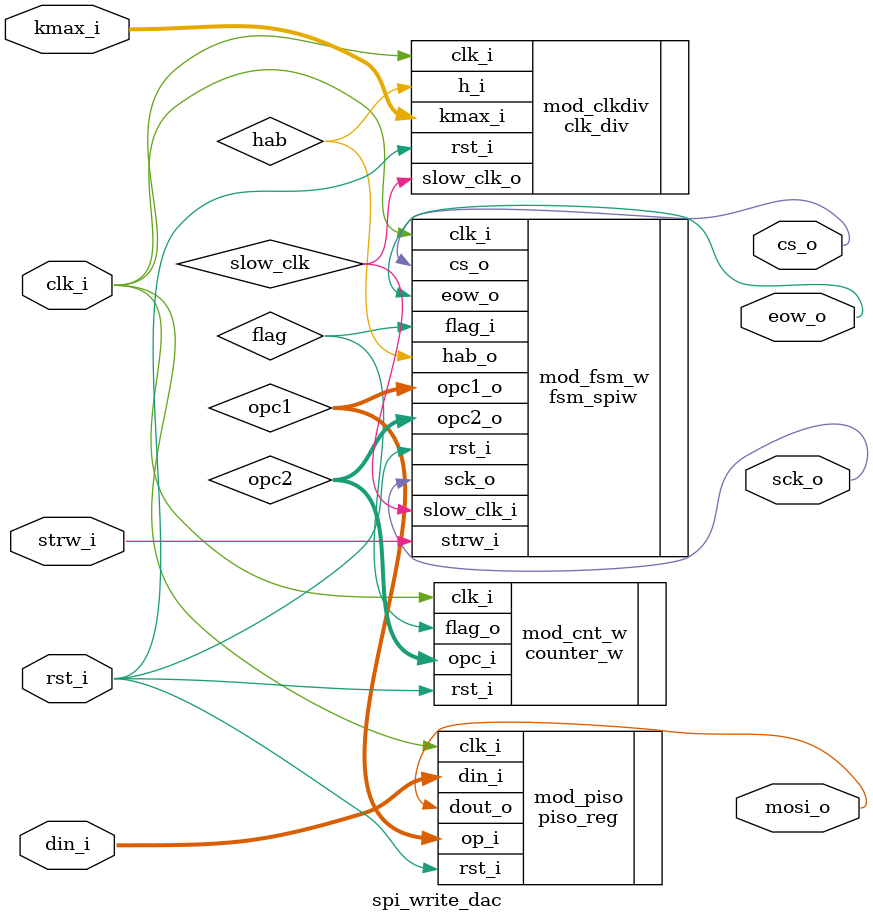
<source format=v>

module spi_write_dac (
  input         rst_i,
  input         clk_i,
  input         strw_i,
  input   [7:0] kmax_i,
  input  [15:0] din_i,
  output        mosi_o,
  output        sck_o,
  output        cs_o,
  output        eow_o
);

  wire  [1:0] opc1, opc2;
  wire slow_clk, flag, hab;
  
  //localparam  [7:0] kmax_i = 8'd4;

  //localparam  [3:0] ctrl = 4'b0011; // DAC-A
  //localparam  [3:0] ctrl = 4'b1011; // DAC-B

  //localparam [11:0] volbits = 12'b111111111111; //3.3V
  //localparam [11:0] volbits = 12'b010011011001; //1V
  //localparam [11:0] volbits = 12'b100110110010; //2V
  //localparam [11:0] volbits = 12'b100000000000; //1.65V
  //localparam [11:0] volbits = 12'b001001101101; //0.5V
  //localparam [15:0] din_i = {ctrl,volbits};
  
  piso_reg   #(.Width(16)) mod_piso    (.rst_i(rst_i), .clk_i(clk_i), .din_i(din_i), .op_i(opc1), .dout_o(mosi_o));
  counter_w  #(.Width(5))  mod_cnt_w   (.rst_i(rst_i), .clk_i(clk_i), .opc_i(opc2), .flag_o(flag));
  clk_div    #(.Width(8))  mod_clkdiv  (.rst_i(rst_i), .clk_i(clk_i), .h_i(hab), .kmax_i(kmax_i), .slow_clk_o(slow_clk));
  
  fsm_spiw  mod_fsm_w (
    .rst_i(rst_i),
    .clk_i(clk_i),
    .strw_i(strw_i),
    .slow_clk_i(slow_clk),
    .flag_i(flag),
    .opc1_o(opc1),
    .opc2_o(opc2),
    .cs_o(cs_o),
    .sck_o(sck_o),
    .hab_o(hab),
    .eow_o(eow_o)
  );

endmodule
</source>
